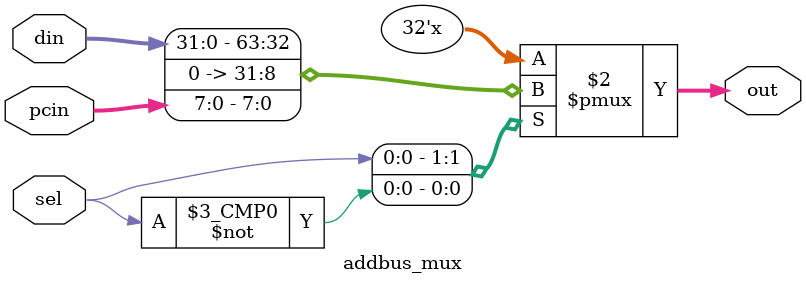
<source format=v>
module addbus_mux(sel,din,pcin,out);
input [31:0] din;
input [7:0] pcin;
input sel;
output reg [31:0] out;

always @*
begin
case(sel)

1'b1: out = din;  //select = 1 out = add bus data access
1'b0: out = {{24{1'b0}}, pcin}; // select = 0 out = pc instruction access

endcase
end
endmodule

</source>
